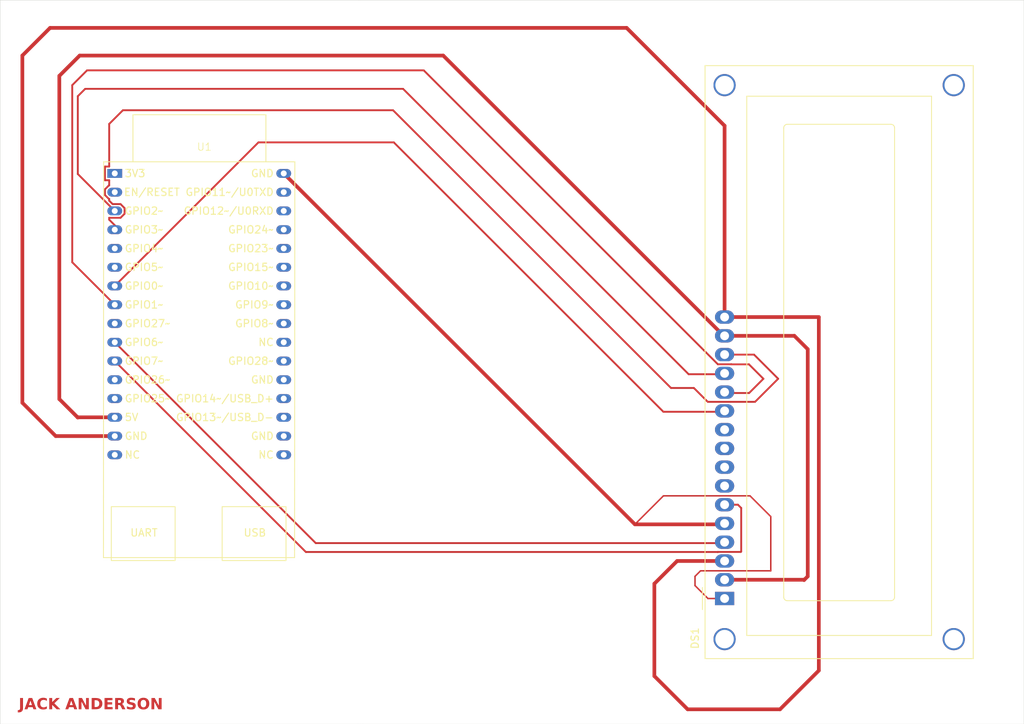
<source format=kicad_pcb>
(kicad_pcb (version 20241229) (generator "pcbnew") (generator_version "9.0")
  (layers (0 "F.Cu" signal) (2 "B.Cu" signal) (13 "F.Paste" user) (15 "B.Paste" user) (5 "F.SilkS" user "F.Silkscreen") (7 "B.SilkS" user "B.Silkscreen") (1 "F.Mask" user) (3 "B.Mask" user) (25 "Edge.Cuts" user))
  (net 0 "")
  (net 1 "Net-(DS1-D6)")
  (net 2 "Net-(DS1-D5)")
  (net 4 "Net-(DS1-D4)")
  (net 7 "Net-(DS1-RS)")
  (net 26 "Net-(DS1-R{slash}W)")
  (net 27 "Net-(DS1-LED(+))")
  (net 28 "Net-(DS1-LED(-))")
  (net 29 "Net-(DS1-E)")
  (net 35 "Net-(DS1-D7)")
  (footprint "Display:WC1602A" (layer "F.Cu") (at 157.5 122 90)
    (property "Reference" "DS1" (at -5.38 -4 90) (layer "F.SilkS"))
    (property "Value" "WC1602A")
    (fp_line (start -1.5 -3) (end 1.5 -3) (stroke (width 0.12)) (layer "F.SilkS"))
    (fp_line (start 72.14 -2.64) (end -7.34 -2.64) (stroke (width 0.12)) (layer "F.SilkS"))
    (fp_line (start -8.13 -2.64) (end -7.34 -2.64) (stroke (width 0.12)) (layer "F.SilkS"))
    (fp_line (start -8.14 -2.64) (end -8.14 33.64) (stroke (width 0.12)) (layer "F.SilkS"))
    (fp_line (start 68 3) (end 68 28) (stroke (width 0.12)) (layer "F.SilkS"))
    (fp_line (start -5 3) (end 68 3) (stroke (width 0.12)) (layer "F.SilkS"))
    (fp_line (start 0.2 8) (end 63.7 8) (stroke (width 0.12)) (layer "F.SilkS"))
    (fp_line (start 64.2 8.5) (end 64.2 22.5) (stroke (width 0.12)) (layer "F.SilkS"))
    (fp_line (start -0.29972 22.49932) (end -0.29972 8.5) (stroke (width 0.12)) (layer "F.SilkS"))
    (fp_line (start 63.70066 23) (end 0.2 23) (stroke (width 0.12)) (layer "F.SilkS"))
    (fp_line (start 68 28) (end -5 28) (stroke (width 0.12)) (layer "F.SilkS"))
    (fp_line (start -5 28) (end -5 3) (stroke (width 0.12)) (layer "F.SilkS"))
    (fp_line (start 72.14 33.64) (end 72.14 -2.64) (stroke (width 0.12)) (layer "F.SilkS"))
    (fp_line (start -8.14 33.64) (end 72.14 33.64) (stroke (width 0.12)) (layer "F.SilkS"))
    (fp_arc (start 63.7 8) (mid 64.053553 8.146447) (end 64.2 8.5) (stroke (width 0.12)) (layer "F.SilkS"))
    (fp_arc (start -0.29972 8.49884) (mid -0.153162 8.145018) (end 0.20066 7.99846) (stroke (width 0.12)) (layer "F.SilkS"))
    (fp_arc (start 64.20104 22.49932) (mid 64.054482 22.853142) (end 63.70066 22.9997) (stroke (width 0.12)) (layer "F.SilkS"))
    (fp_arc (start 0.20066 22.9997) (mid -0.153162 22.853142) (end -0.29972 22.49932) (stroke (width 0.12)) (layer "F.SilkS"))
    (pad "" thru_hole circle (at -5.4991 0 90) (size 3 3) (drill 2.5) (layers "*.Cu" "*.Mask"))
    (pad "" thru_hole circle (at -5.4991 31.0007 90) (size 3 3) (drill 2.5) (layers "*.Cu" "*.Mask"))
    (pad "" thru_hole circle (at 69.49948 31.0007 90) (size 3 3) (drill 2.5) (layers "*.Cu" "*.Mask"))
    (pad "" thru_hole circle (at 69.5 0 90) (size 3 3) (drill 2.5) (layers "*.Cu" "*.Mask"))
    (pad "1" thru_hole rect (at 0 0 90) (size 1.8 2.6) (drill 1.2) (layers "*.Cu" "*.Mask") (net 26 "Net-(DS1-R{slash}W)"))
    (pad "2" thru_hole oval (at 2.54 0 90) (size 1.8 2.6) (drill 1.2) (layers "*.Cu" "*.Mask") (net 27 "Net-(DS1-LED(+))"))
    (pad "3" thru_hole oval (at 5.08 0 90) (size 1.8 2.6) (drill 1.2) (layers "*.Cu" "*.Mask") (net 28 "Net-(DS1-LED(-))"))
    (pad "4" thru_hole oval (at 7.62 0 90) (size 1.8 2.6) (drill 1.2) (layers "*.Cu" "*.Mask") (net 7 "Net-(DS1-RS)"))
    (pad "5" thru_hole oval (at 10.16 0 90) (size 1.8 2.6) (drill 1.2) (layers "*.Cu" "*.Mask") (net 26 "Net-(DS1-R{slash}W)"))
    (pad "6" thru_hole oval (at 12.7 0 90) (size 1.8 2.6) (drill 1.2) (layers "*.Cu" "*.Mask") (net 29 "Net-(DS1-E)"))
    (pad "7" thru_hole oval (at 15.24 0 90) (size 1.8 2.6) (drill 1.2) (layers "*.Cu" "*.Mask"))
    (pad "8" thru_hole oval (at 17.78 0 90) (size 1.8 2.6) (drill 1.2) (layers "*.Cu" "*.Mask"))
    (pad "9" thru_hole oval (at 20.32 0 90) (size 1.8 2.6) (drill 1.2) (layers "*.Cu" "*.Mask"))
    (pad "10" thru_hole oval (at 22.86 0 90) (size 1.8 2.6) (drill 1.2) (layers "*.Cu" "*.Mask"))
    (pad "11" thru_hole oval (at 25.4 0 90) (size 1.8 2.6) (drill 1.2) (layers "*.Cu" "*.Mask") (net 4 "Net-(DS1-D4)"))
    (pad "12" thru_hole oval (at 27.94 0 90) (size 1.8 2.6) (drill 1.2) (layers "*.Cu" "*.Mask") (net 2 "Net-(DS1-D5)"))
    (pad "13" thru_hole oval (at 30.48 0 90) (size 1.8 2.6) (drill 1.2) (layers "*.Cu" "*.Mask") (net 1 "Net-(DS1-D6)"))
    (pad "14" thru_hole oval (at 33.02 0 90) (size 1.8 2.6) (drill 1.2) (layers "*.Cu" "*.Mask") (net 35 "Net-(DS1-D7)"))
    (pad "15" thru_hole oval (at 35.56 0 90) (size 1.8 2.6) (drill 1.2) (layers "*.Cu" "*.Mask") (net 27 "Net-(DS1-LED(+))"))
    (pad "16" thru_hole oval (at 38.1 0 90) (size 1.8 2.6) (drill 1.2) (layers "*.Cu" "*.Mask") (net 28 "Net-(DS1-LED(-))"))
  )
  (footprint "PCM_Espressif:ESP32-C5-DevKitC-1" (layer "F.Cu") (at 74.96012 64.45468)
    (property "Reference" "U1" (at 12.15808 -3.59608 0) (layer "F.SilkS") (effects (font (thickness 0.1))))
    (property "Value" "ESP32-C5-DevKitC-1")
    (fp_line (start -1.49192 52.00392) (end 24.368079 52.00392) (stroke (width 0.12)) (layer "F.SilkS"))
    (fp_line (start -1.46012 -1.57968) (end -1.49192 52.00392) (stroke (width 0.12)) (layer "F.SilkS"))
    (fp_line (start 2.5 -7.95) (end 20.4832 -7.95) (stroke (width 0.12)) (layer "F.SilkS"))
    (fp_line (start 2.5 -1.6) (end 2.5 -7.95) (stroke (width 0.12)) (layer "F.SilkS"))
    (fp_line (start 20.4832 -7.95) (end 20.4832 -1.6) (stroke (width 0.12)) (layer "F.SilkS"))
    (fp_line (start 24.368079 52.00392) (end 24.39988 -1.57968) (stroke (width 0.12)) (layer "F.SilkS"))
    (fp_line (start 24.39988 -1.57968) (end -1.460119 -1.57968) (stroke (width 0.12)) (layer "F.SilkS"))
    (fp_rect (start -0.42792 45.11412) (end 8.20808 52.40392) (stroke (width 0.12)) (fill no) (layer "F.SilkS"))
    (fp_rect (start 14.57208 45.11412) (end 23.20808 52.40392) (stroke (width 0.12)) (fill no) (layer "F.SilkS"))
    (fp_text user "NC" (at 21.62988 38.09532 0) (layer "F.SilkS") (effects (justify right)))
    (fp_text user "GPIO12~/U0RXD" (at 21.62988 5.07532 0) (layer "F.SilkS") (effects (justify right)))
    (fp_text user "GPIO25~" (at 1.30988 30.47532 0) (layer "F.SilkS") (effects (justify left)))
    (fp_text user "GPIO26~" (at 1.30988 27.93532 0) (layer "F.SilkS") (effects (justify left)))
    (fp_text user "USB" (at 18.99168 49.22892 0) (layer "F.SilkS") (effects (justify bottom)))
    (fp_text user "GPIO6~" (at 1.30988 22.85532 0) (layer "F.SilkS") (effects (justify left)))
    (fp_text user "GND" (at 1.30988 35.55532 0) (layer "F.SilkS") (effects (justify left)))
    (fp_text user "GPIO3~" (at 1.30988 7.61532 0) (layer "F.SilkS") (effects (justify left)))
    (fp_text user "UART" (at 3.99168 49.22892 0) (layer "F.SilkS") (effects (justify bottom)))
    (fp_text user "GPIO5~" (at 1.30988 12.69532 0) (layer "F.SilkS") (effects (justify left)))
    (fp_text user "NC" (at 1.30988 38.09532 0) (layer "F.SilkS") (effects (justify left)))
    (fp_text user "GPIO2~" (at 1.30988 5.07532 0) (layer "F.SilkS") (effects (justify left)))
    (fp_text user "GND" (at 21.62988 27.93532 0) (layer "F.SilkS") (effects (justify right)))
    (fp_text user "GPIO14~/USB_D+" (at 21.62988 30.47532 0) (layer "F.SilkS") (effects (justify right)))
    (fp_text user "GPIO27~" (at 1.30988 20.31532 0) (layer "F.SilkS") (effects (justify left)))
    (fp_text user "GPIO0~" (at 1.30988 15.23532 0) (layer "F.SilkS") (effects (justify left)))
    (fp_text user "GPIO8~" (at 21.62988 20.31532 0) (layer "F.SilkS") (effects (justify right)))
    (fp_text user "GPIO24~" (at 21.62988 7.61532 0) (layer "F.SilkS") (effects (justify right)))
    (fp_text user "GPIO9~" (at 21.62988 17.77532 0) (layer "F.SilkS") (effects (justify right)))
    (fp_text user "GND" (at 21.62988 -0.00468 0) (layer "F.SilkS") (effects (justify right)))
    (fp_text user "GPIO15~" (at 21.62988 12.69532 0) (layer "F.SilkS") (effects (justify right)))
    (fp_text user "GPIO23~" (at 21.62988 10.15532 0) (layer "F.SilkS") (effects (justify right)))
    (fp_text user "GPIO7~" (at 1.30988 25.39532 0) (layer "F.SilkS") (effects (justify left)))
    (fp_text user "GPIO4~" (at 1.30988 10.15532 0) (layer "F.SilkS") (effects (justify left)))
    (fp_text user "GPIO1~" (at 1.30988 17.77532 0) (layer "F.SilkS") (effects (justify left)))
    (fp_text user "GPIO28~" (at 21.62988 25.39532 0) (layer "F.SilkS") (effects (justify right)))
    (fp_text user "5V" (at 1.30988 33.01532 0) (layer "F.SilkS") (effects (justify left)))
    (fp_text user "GND" (at 21.62988 35.55532 0) (layer "F.SilkS") (effects (justify right)))
    (fp_text user "EN/RESET" (at 8.9262 2.53532 0) (layer "F.SilkS") (effects (justify right)))
    (fp_text user "NC" (at 21.62988 22.85532 0) (layer "F.SilkS") (effects (justify right)))
    (fp_text user "GPIO10~" (at 21.62988 15.23532 0) (layer "F.SilkS") (effects (justify right)))
    (fp_text user "GPIO13~/USB_D-" (at 21.62988 33.01532 0) (layer "F.SilkS") (effects (justify right)))
    (fp_text user "GPIO11~/U0TXD" (at 21.62988 2.53532 0) (layer "F.SilkS") (effects (justify right)))
    (pad "1" thru_hole rect (at 0.03988 -0.00468 270) (size 1.2 2) (drill 0.8) (layers "*.Cu" "*.Mask"))
    (pad "2" thru_hole oval (at 0.03988 2.53532 270) (size 1.2 2) (drill 0.8) (layers "*.Cu" "*.Mask"))
    (pad "3" thru_hole oval (at 0.03988 5.07532 270) (size 1.2 2) (drill 0.8) (layers "*.Cu" "*.Mask") (net 1 "Net-(DS1-D6)"))
    (pad "4" thru_hole oval (at 0.03988 7.61532 270) (size 1.2 2) (drill 0.8) (layers "*.Cu" "*.Mask") (net 35 "Net-(DS1-D7)"))
    (pad "5" thru_hole oval (at 0.03988 10.15532 270) (size 1.2 2) (drill 0.8) (layers "*.Cu" "*.Mask"))
    (pad "6" thru_hole oval (at 0.03988 12.69532 270) (size 1.2 2) (drill 0.8) (layers "*.Cu" "*.Mask"))
    (pad "7" thru_hole oval (at 0.03988 15.23532 270) (size 1.2 2) (drill 0.8) (layers "*.Cu" "*.Mask") (net 4 "Net-(DS1-D4)"))
    (pad "8" thru_hole oval (at 0.03988 17.77532 270) (size 1.2 2) (drill 0.8) (layers "*.Cu" "*.Mask") (net 2 "Net-(DS1-D5)"))
    (pad "9" thru_hole oval (at 0.03988 20.31532 270) (size 1.2 2) (drill 0.8) (layers "*.Cu" "*.Mask"))
    (pad "10" thru_hole oval (at 0.03988 22.85532 270) (size 1.2 2) (drill 0.8) (layers "*.Cu" "*.Mask") (net 7 "Net-(DS1-RS)"))
    (pad "11" thru_hole oval (at 0.03988 25.39532 270) (size 1.2 2) (drill 0.8) (layers "*.Cu" "*.Mask") (net 29 "Net-(DS1-E)"))
    (pad "12" thru_hole oval (at 0.03988 27.93532 270) (size 1.2 2) (drill 0.8) (layers "*.Cu" "*.Mask"))
    (pad "13" thru_hole oval (at 0.03988 30.47532 270) (size 1.2 2) (drill 0.8) (layers "*.Cu" "*.Mask"))
    (pad "14" thru_hole oval (at 0.03988 33.01532 270) (size 1.2 2) (drill 0.8) (layers "*.Cu" "*.Mask") (net 27 "Net-(DS1-LED(+))"))
    (pad "15" thru_hole oval (at 0.03988 35.55532 270) (size 1.2 2) (drill 0.8) (layers "*.Cu" "*.Mask") (net 28 "Net-(DS1-LED(-))"))
    (pad "16" thru_hole oval (at 0.03988 38.09532 270) (size 1.2 2) (drill 0.8) (layers "*.Cu" "*.Mask"))
    (pad "17" thru_hole oval (at 22.89988 38.09532 270) (size 1.2 2) (drill 0.8) (layers "*.Cu" "*.Mask"))
    (pad "18" thru_hole oval (at 22.89988 35.55532 270) (size 1.2 2) (drill 0.8) (layers "*.Cu" "*.Mask"))
    (pad "19" thru_hole oval (at 22.89988 33.01532 270) (size 1.2 2) (drill 0.8) (layers "*.Cu" "*.Mask"))
    (pad "20" thru_hole oval (at 22.89988 30.47532 270) (size 1.2 2) (drill 0.8) (layers "*.Cu" "*.Mask"))
    (pad "21" thru_hole oval (at 22.89988 27.93532 270) (size 1.2 2) (drill 0.8) (layers "*.Cu" "*.Mask"))
    (pad "22" thru_hole oval (at 22.89988 25.39532 270) (size 1.2 2) (drill 0.8) (layers "*.Cu" "*.Mask"))
    (pad "23" thru_hole oval (at 22.89988 22.85532 270) (size 1.2 2) (drill 0.8) (layers "*.Cu" "*.Mask"))
    (pad "24" thru_hole oval (at 22.89988 20.31532 270) (size 1.2 2) (drill 0.8) (layers "*.Cu" "*.Mask"))
    (pad "25" thru_hole oval (at 22.89988 17.77532 270) (size 1.2 2) (drill 0.8) (layers "*.Cu" "*.Mask"))
    (pad "26" thru_hole oval (at 22.89988 15.23532 270) (size 1.2 2) (drill 0.8) (layers "*.Cu" "*.Mask"))
    (pad "27" thru_hole oval (at 22.89988 12.69532 270) (size 1.2 2) (drill 0.8) (layers "*.Cu" "*.Mask"))
    (pad "28" thru_hole oval (at 22.89988 10.15532 270) (size 1.2 2) (drill 0.8) (layers "*.Cu" "*.Mask"))
    (pad "29" thru_hole oval (at 22.89988 7.61532 270) (size 1.2 2) (drill 0.8) (layers "*.Cu" "*.Mask"))
    (pad "30" thru_hole oval (at 22.89988 5.07532 270) (size 1.2 2) (drill 0.8) (layers "*.Cu" "*.Mask"))
    (pad "31" thru_hole oval (at 22.89988 2.53532 270) (size 1.2 2) (drill 0.8) (layers "*.Cu" "*.Mask"))
    (pad "32" thru_hole oval (at 22.89988 -0.00468 270) (size 1.2 2) (drill 0.8) (layers "*.Cu" "*.Mask") (net 26 "Net-(DS1-R{slash}W)"))
  )
  (gr_line (start 108 41) (end 198 41) (stroke (width 0.05)) (layer "Edge.Cuts"))
  (gr_line (start 108.5 139) (end 108 139) (stroke (width 0.05)) (layer "Edge.Cuts"))
  (gr_line (start 108 41) (end 59.5 41) (stroke (width 0.05)) (layer "Edge.Cuts"))
  (gr_line (start 198 41) (end 198 139) (stroke (width 0.05)) (layer "Edge.Cuts"))
  (gr_line (start 198 139) (end 108.5 139) (stroke (width 0.05)) (layer "Edge.Cuts"))
  (gr_line (start 59.5 41) (end 59.5 139) (stroke (width 0.05)) (layer "Edge.Cuts"))
  (gr_line (start 108 139) (end 59.5 139) (stroke (width 0.05)) (layer "Edge.Cuts"))
  (gr_text "JACK ANDERSON" (at 62 137.25 0) (layer "F.Cu") (effects (font (size 1.5 1.5) (thickness 0.3) (bold yes)) (justify left bottom)))
  (gr_text "3V3" (at 76.27 64.45 0) (layer "F.SilkS") (effects (font (size 1 1)) (justify left)))
  (segment (start 70 64.53) (end 75 69.53) (width 0.25) (layer "F.Cu") (net 1))
  (segment (start 114 53) (end 71 53) (width 0.25) (layer "F.Cu") (net 1))
  (segment (start 70 54) (end 70 64.53) (width 0.25) (layer "F.Cu") (net 1))
  (segment (start 157.5 91.64) (end 152.64 91.64) (width 0.25) (layer "F.Cu") (net 1))
  (segment (start 152.64 91.64) (end 114 53) (width 0.25) (layer "F.Cu") (net 1))
  (segment (start 71 53) (end 70 54) (width 0.25) (layer "F.Cu") (net 1))
  (segment (start 69.25 52.5) (end 71.25 50.5) (width 0.25) (layer "F.Cu") (net 2))
  (segment (start 160.82 94.18) (end 157.5 94.18) (width 0.25) (layer "F.Cu") (net 2))
  (segment (start 162.75 92.25) (end 160.82 94.18) (width 0.25) (layer "F.Cu") (net 2))
  (segment (start 156.59553 90.294) (end 158.407826 90.294) (width 0.25) (layer "F.Cu") (net 2))
  (segment (start 71.25 50.5) (end 116.80153 50.5) (width 0.25) (layer "F.Cu") (net 2))
  (segment (start 69.25 76.48) (end 69.25 52.5) (width 0.25) (layer "F.Cu") (net 2))
  (segment (start 158.407826 90.294) (end 158.414826 90.301) (width 0.25) (layer "F.Cu") (net 2))
  (segment (start 158.414826 90.301) (end 160.801 90.301) (width 0.25) (layer "F.Cu") (net 2))
  (segment (start 160.801 90.301) (end 162.75 92.25) (width 0.25) (layer "F.Cu") (net 2))
  (segment (start 116.80153 50.5) (end 156.59553 90.294) (width 0.25) (layer "F.Cu") (net 2))
  (segment (start 75 82.23) (end 69.25 76.48) (width 0.25) (layer "F.Cu") (net 2))
  (segment (start 112.75 60.25) (end 149.22 96.72) (width 0.25) (layer "F.Cu") (net 4))
  (segment (start 75 79.69) (end 94.44 60.25) (width 0.25) (layer "F.Cu") (net 4))
  (segment (start 149.22 96.72) (end 157.5 96.72) (width 0.25) (layer "F.Cu") (net 4))
  (segment (start 94.44 60.25) (end 112.75 60.25) (width 0.25) (layer "F.Cu") (net 4))
  (segment (start 157.5 114.5) (end 102.19 114.5) (width 0.25) (layer "F.Cu") (net 7))
  (segment (start 102.19 114.5) (end 75 87.31) (width 0.25) (layer "F.Cu") (net 7))
  (segment (start 145.37 111.96) (end 97.86 64.45) (width 0.5) (layer "F.Cu") (net 26))
  (segment (start 157.5 111.96) (end 145.37 111.96) (width 0.5) (layer "F.Cu") (net 26))
  (segment (start 157.5 122) (end 155.25 122) (width 0.2) (layer "F.Cu") (net 26))
  (segment (start 153.5 119) (end 154.25 118.25) (width 0.2) (layer "F.Cu") (net 26))
  (segment (start 149.231 108.099) (end 145.37 111.96) (width 0.2) (layer "F.Cu") (net 26))
  (segment (start 163.75 118.25) (end 163.75 110.91153) (width 0.2) (layer "F.Cu") (net 26))
  (segment (start 154.25 118.25) (end 163.75 118.25) (width 0.2) (layer "F.Cu") (net 26))
  (segment (start 155.25 122) (end 153.5 120.25) (width 0.2) (layer "F.Cu") (net 26))
  (segment (start 160.93747 108.099) (end 149.231 108.099) (width 0.2) (layer "F.Cu") (net 26))
  (segment (start 153.5 120.25) (end 153.5 119) (width 0.2) (layer "F.Cu") (net 26))
  (segment (start 163.75 110.91153) (end 160.93747 108.099) (width 0.2) (layer "F.Cu") (net 26))
  (segment (start 168.75 88.25) (end 166.94 86.44) (width 0.5) (layer "F.Cu") (net 27))
  (segment (start 67.5 95) (end 70 97.5) (width 0.5) (layer "F.Cu") (net 27))
  (segment (start 168.75 119) (end 168.75 88.25) (width 0.5) (layer "F.Cu") (net 27))
  (segment (start 168.21 119.46) (end 168.25 119.5) (width 0.5) (layer "F.Cu") (net 27))
  (segment (start 157.5 86.56) (end 119.44 48.5) (width 0.5) (layer "F.Cu") (net 27))
  (segment (start 70.25 48.5) (end 67.5 51.25) (width 0.5) (layer "F.Cu") (net 27))
  (segment (start 157.5 119.46) (end 168.21 119.46) (width 0.5) (layer "F.Cu") (net 27))
  (segment (start 70 97.5) (end 70.03 97.47) (width 0.5) (layer "F.Cu") (net 27))
  (segment (start 168.25 119.5) (end 168.75 119) (width 0.5) (layer "F.Cu") (net 27))
  (segment (start 67.5 51.25) (end 67.5 95) (width 0.5) (layer "F.Cu") (net 27))
  (segment (start 166.94 86.44) (end 157.5 86.44) (width 0.5) (layer "F.Cu") (net 27))
  (segment (start 119.44 48.5) (end 70.25 48.5) (width 0.5) (layer "F.Cu") (net 27))
  (segment (start 70.03 97.47) (end 75 97.47) (width 0.5) (layer "F.Cu") (net 27))
  (segment (start 148 120) (end 148 132.5) (width 0.5) (layer "F.Cu") (net 28))
  (segment (start 67.01 100.01) (end 75 100.01) (width 0.5) (layer "F.Cu") (net 28))
  (segment (start 157.5 116.92) (end 151.08 116.92) (width 0.5) (layer "F.Cu") (net 28))
  (segment (start 66.25 44.75) (end 62.5 48.5) (width 0.5) (layer "F.Cu") (net 28))
  (segment (start 151.08 116.92) (end 148 120) (width 0.5) (layer "F.Cu") (net 28))
  (segment (start 170.25 131.75) (end 170.25 83.9) (width 0.5) (layer "F.Cu") (net 28))
  (segment (start 152.5 137) (end 165 137) (width 0.5) (layer "F.Cu") (net 28))
  (segment (start 157.5 83.9) (end 157.5 58) (width 0.5) (layer "F.Cu") (net 28))
  (segment (start 144.25 44.75) (end 66.25 44.75) (width 0.5) (layer "F.Cu") (net 28))
  (segment (start 170.25 83.9) (end 157.5 83.9) (width 0.5) (layer "F.Cu") (net 28))
  (segment (start 157.5 58) (end 144.25 44.75) (width 0.5) (layer "F.Cu") (net 28))
  (segment (start 148 132.5) (end 152.5 137) (width 0.5) (layer "F.Cu") (net 28))
  (segment (start 62.5 95.5) (end 67.01 100.01) (width 0.5) (layer "F.Cu") (net 28))
  (segment (start 165 137) (end 170.25 131.75) (width 0.5) (layer "F.Cu") (net 28))
  (segment (start 62.5 48.5) (end 62.5 95.5) (width 0.5) (layer "F.Cu") (net 28))
  (segment (start 100.851 115.701) (end 156.585174 115.701) (width 0.25) (layer "F.Cu") (net 29))
  (segment (start 75 89.85) (end 100.851 115.701) (width 0.25) (layer "F.Cu") (net 29))
  (segment (start 159.3 109.3) (end 157.5 109.3) (width 0.25) (layer "F.Cu") (net 29))
  (segment (start 159.694 115.694) (end 159.75 115.638) (width 0.25) (layer "F.Cu") (net 29))
  (segment (start 156.592174 115.694) (end 159.694 115.694) (width 0.25) (layer "F.Cu") (net 29))
  (segment (start 159.75 115.638) (end 159.75 109.75) (width 0.25) (layer "F.Cu") (net 29))
  (segment (start 159.75 109.75) (end 159.3 109.3) (width 0.25) (layer "F.Cu") (net 29))
  (segment (start 156.585174 115.701) (end 156.592174 115.694) (width 0.25) (layer "F.Cu") (net 29))
  (segment (start 112.649 55.899) (end 76.101 55.899) (width 0.25) (layer "F.Cu") (net 35))
  (segment (start 74.216438 67.916) (end 74.25 67.916) (width 0.25) (layer "F.Cu") (net 35))
  (segment (start 157.5 88.98) (end 161.48 88.98) (width 0.25) (layer "F.Cu") (net 35))
  (segment (start 74.216438 66.064) (end 73.674 66.606438) (width 0.25) (layer "F.Cu") (net 35))
  (segment (start 75.783562 70.456) (end 74.25 70.456) (width 0.25) (layer "F.Cu") (net 35))
  (segment (start 73.674 65.376) (end 74.25 65.376) (width 0.25) (layer "F.Cu") (net 35))
  (segment (start 74.25 68.14219) (end 74.71181 68.604) (width 0.25) (layer "F.Cu") (net 35))
  (segment (start 161.48 88.98) (end 164.75 92.25) (width 0.25) (layer "F.Cu") (net 35))
  (segment (start 73.674 66.606438) (end 73.674 67.373562) (width 0.25) (layer "F.Cu") (net 35))
  (segment (start 76.326 69.146438) (end 76.326 69.913562) (width 0.25) (layer "F.Cu") (net 35))
  (segment (start 74.25 70.456) (end 74.25 70.717546) (width 0.25) (layer "F.Cu") (net 35))
  (segment (start 153.34647 93.5) (end 150.25 93.5) (width 0.25) (layer "F.Cu") (net 35))
  (segment (start 74.25 63.524) (end 73.674 63.524) (width 0.25) (layer "F.Cu") (net 35))
  (segment (start 161.626 95.374) (end 155.22047 95.374) (width 0.25) (layer "F.Cu") (net 35))
  (segment (start 73.674 63.524) (end 73.674 65.376) (width 0.25) (layer "F.Cu") (net 35))
  (segment (start 74.25 57.75) (end 74.25 63.524) (width 0.25) (layer "F.Cu") (net 35))
  (segment (start 155.22047 95.374) (end 153.34647 93.5) (width 0.25) (layer "F.Cu") (net 35))
  (segment (start 73.674 67.373562) (end 74.216438 67.916) (width 0.25) (layer "F.Cu") (net 35))
  (segment (start 74.25 66.064) (end 74.216438 66.064) (width 0.25) (layer "F.Cu") (net 35))
  (segment (start 74.25 65.376) (end 74.25 66.064) (width 0.25) (layer "F.Cu") (net 35))
  (segment (start 150.25 93.5) (end 112.649 55.899) (width 0.25) (layer "F.Cu") (net 35))
  (segment (start 75.783562 68.604) (end 76.326 69.146438) (width 0.25) (layer "F.Cu") (net 35))
  (segment (start 74.25 67.916) (end 74.25 68.14219) (width 0.25) (layer "F.Cu") (net 35))
  (segment (start 164.75 92.25) (end 161.626 95.374) (width 0.25) (layer "F.Cu") (net 35))
  (segment (start 76.326 69.913562) (end 75.783562 70.456) (width 0.25) (layer "F.Cu") (net 35))
  (segment (start 76.101 55.899) (end 74.25 57.75) (width 0.25) (layer "F.Cu") (net 35))
  (segment (start 74.71181 68.604) (end 75.783562 68.604) (width 0.25) (layer "F.Cu") (net 35))
  (segment (start 74.25 70.717546) (end 75.301227 71.768773) (width 0.25) (layer "F.Cu") (net 35))
)
</source>
